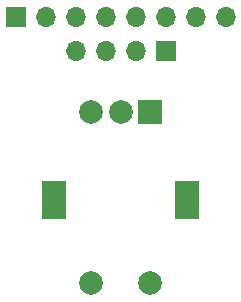
<source format=gts>
G04 #@! TF.GenerationSoftware,KiCad,Pcbnew,(6.0.1-0)*
G04 #@! TF.CreationDate,2022-03-18T18:39:42-07:00*
G04 #@! TF.ProjectId,daughterboard,64617567-6874-4657-9262-6f6172642e6b,rev?*
G04 #@! TF.SameCoordinates,Original*
G04 #@! TF.FileFunction,Soldermask,Top*
G04 #@! TF.FilePolarity,Negative*
%FSLAX46Y46*%
G04 Gerber Fmt 4.6, Leading zero omitted, Abs format (unit mm)*
G04 Created by KiCad (PCBNEW (6.0.1-0)) date 2022-03-18 18:39:42*
%MOMM*%
%LPD*%
G01*
G04 APERTURE LIST*
%ADD10R,1.700000X1.700000*%
%ADD11O,1.700000X1.700000*%
%ADD12R,2.000000X2.000000*%
%ADD13C,2.000000*%
%ADD14R,2.000000X3.200000*%
G04 APERTURE END LIST*
D10*
X46810000Y-81754500D03*
D11*
X44270000Y-81754500D03*
X41730000Y-81754500D03*
X39190000Y-81754500D03*
D12*
X45500000Y-86857000D03*
D13*
X40500000Y-86857000D03*
X43000000Y-86857000D03*
D14*
X37400000Y-94357000D03*
X48600000Y-94357000D03*
D13*
X40500000Y-101357000D03*
X45500000Y-101357000D03*
D10*
X34125000Y-78867000D03*
D11*
X36665000Y-78867000D03*
X39205000Y-78867000D03*
X41745000Y-78867000D03*
X44285000Y-78867000D03*
X46825000Y-78867000D03*
X49365000Y-78867000D03*
X51905000Y-78867000D03*
M02*

</source>
